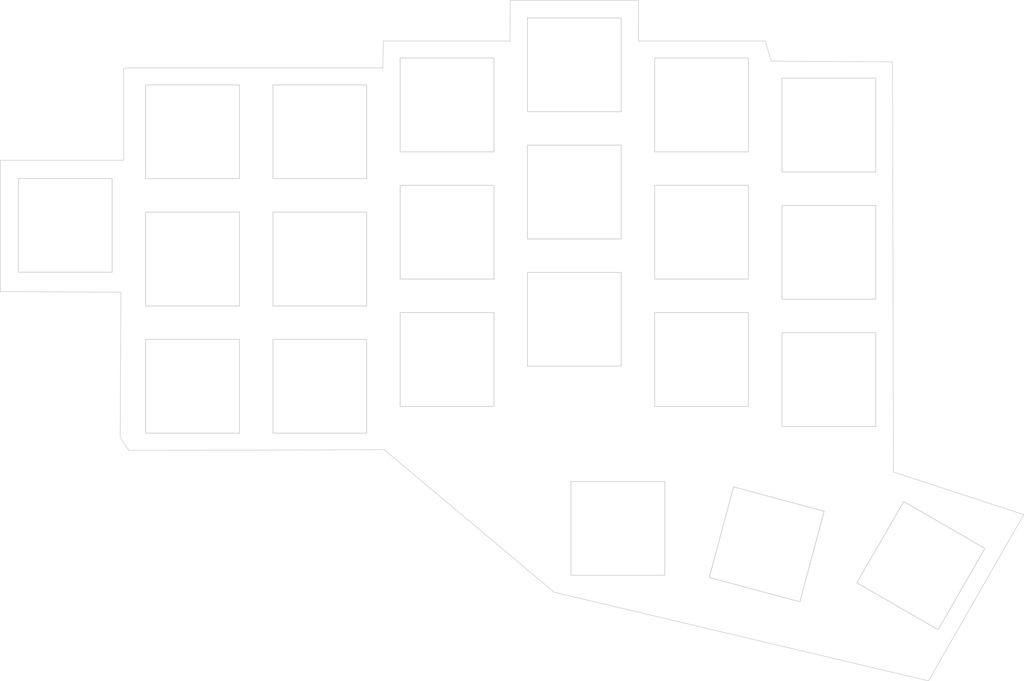
<source format=kicad_pcb>
(kicad_pcb (version 20210824) (generator pcbnew)
  (layers (0 "F.Cu" signal) (31 "B.Cu" signal) (34 "B.Paste" user) (35 "F.Paste" user) (36 "B.SilkS" user "B.Silkscreen") (37 "F.SilkS" user "F.Silkscreen") (38 "B.Mask" user) (39 "F.Mask" user) (44 "Edge.Cuts" user))
  (net 0 "")
  (footprint "kbd:SW_Hole" (layer "F.Cu") (at 77.19375 69.93125)
    (fp_text reference "SW1" hide)
    (fp_text value "SW_PUSH" hide)
    (fp_line (start -7 -7) (end -7 7) (layer "Edge.Cuts") (width 0.12))
    (fp_line (start -7 7) (end 7 7) (layer "Edge.Cuts") (width 0.12))
    (fp_line (start 7 7) (end 7 -7) (layer "Edge.Cuts") (width 0.12))
    (fp_line (start 7 -7) (end -7 -7) (layer "Edge.Cuts") (width 0.12))
  )
  (footprint "kbd:thread_m2" (layer "F.Cu") (at 86.54075 79.54125)
    (fp_text reference "Ref**" hide)
    (fp_text value "Val**" hide)
    (pad "" np_thru_hole circle locked (at 0 0) (size 2.3 2.3) (drill 2.3) (layers *.Cu *.Mask))
  )
  (footprint "kbd:thread_m2" (layer "F.Cu") (at 173.89025 121.5225)
    (fp_text reference "Ref**" hide)
    (fp_text value "Val**" hide)
    (pad "" np_thru_hole circle locked (at 0 0) (size 2.3 2.3) (drill 2.3) (layers *.Cu *.Mask))
  )
  (footprint "kbd:SW_Hole" (layer "F.Cu") (at 96.19375 88.93125)
    (fp_text reference "SW8" hide)
    (fp_text value "SW_PUSH" hide)
    (fp_line (start -7 -7) (end -7 7) (layer "Edge.Cuts") (width 0.12))
    (fp_line (start 7 7) (end 7 -7) (layer "Edge.Cuts") (width 0.12))
    (fp_line (start 7 -7) (end -7 -7) (layer "Edge.Cuts") (width 0.12))
    (fp_line (start -7 7) (end 7 7) (layer "Edge.Cuts") (width 0.12))
  )
  (footprint "kbd:SW_Hole" (layer "F.Cu") (at 134.19375 97.93125)
    (fp_text reference "SW16" hide)
    (fp_text value "SW_PUSH" hide)
    (fp_line (start -7 7) (end 7 7) (layer "Edge.Cuts") (width 0.12))
    (fp_line (start 7 7) (end 7 -7) (layer "Edge.Cuts") (width 0.12))
    (fp_line (start -7 -7) (end -7 7) (layer "Edge.Cuts") (width 0.12))
    (fp_line (start 7 -7) (end -7 -7) (layer "Edge.Cuts") (width 0.12))
  )
  (footprint "kbd:SW_Hole" (layer "F.Cu") (at 96.19375 107.93125)
    (fp_text reference "SW14" hide)
    (fp_text value "SW_PUSH" hide)
    (fp_line (start -7 -7) (end -7 7) (layer "Edge.Cuts") (width 0.12))
    (fp_line (start -7 7) (end 7 7) (layer "Edge.Cuts") (width 0.12))
    (fp_line (start 7 -7) (end -7 -7) (layer "Edge.Cuts") (width 0.12))
    (fp_line (start 7 7) (end 7 -7) (layer "Edge.Cuts") (width 0.12))
  )
  (footprint "kbd:SW_Hole" (layer "F.Cu") (at 77.19375 88.93125)
    (fp_text reference "SW7" hide)
    (fp_text value "SW_PUSH" hide)
    (fp_line (start -7 -7) (end -7 7) (layer "Edge.Cuts") (width 0.12))
    (fp_line (start 7 -7) (end -7 -7) (layer "Edge.Cuts") (width 0.12))
    (fp_line (start 7 7) (end 7 -7) (layer "Edge.Cuts") (width 0.12))
    (fp_line (start -7 7) (end 7 7) (layer "Edge.Cuts") (width 0.12))
  )
  (footprint "kbd:SW_Hole" (layer "F.Cu") (at 153.19375 65.93125)
    (fp_text reference "SW5" hide)
    (fp_text value "SW_PUSH" hide)
    (fp_line (start 7 7) (end 7 -7) (layer "Edge.Cuts") (width 0.12))
    (fp_line (start -7 -7) (end -7 7) (layer "Edge.Cuts") (width 0.12))
    (fp_line (start 7 -7) (end -7 -7) (layer "Edge.Cuts") (width 0.12))
    (fp_line (start -7 7) (end 7 7) (layer "Edge.Cuts") (width 0.12))
  )
  (footprint "kbd:SW_Hole" (layer "F.Cu") (at 77.19375 107.93125)
    (fp_text reference "SW13" hide)
    (fp_text value "SW_PUSH" hide)
    (fp_line (start -7 7) (end 7 7) (layer "Edge.Cuts") (width 0.12))
    (fp_line (start -7 -7) (end -7 7) (layer "Edge.Cuts") (width 0.12))
    (fp_line (start 7 7) (end 7 -7) (layer "Edge.Cuts") (width 0.12))
    (fp_line (start 7 -7) (end -7 -7) (layer "Edge.Cuts") (width 0.12))
  )
  (footprint "kbd:SW_Hole" (layer "F.Cu") (at 134.19375 59.93125)
    (fp_text reference "SW4" hide)
    (fp_text value "SW_PUSH" hide)
    (fp_line (start -7 7) (end 7 7) (layer "Edge.Cuts") (width 0.12))
    (fp_line (start 7 7) (end 7 -7) (layer "Edge.Cuts") (width 0.12))
    (fp_line (start 7 -7) (end -7 -7) (layer "Edge.Cuts") (width 0.12))
    (fp_line (start -7 -7) (end -7 7) (layer "Edge.Cuts") (width 0.12))
  )
  (footprint "kbd:SW_Hole" (layer "F.Cu") (at 153.19375 84.93125)
    (fp_text reference "SW11" hide)
    (fp_text value "SW_PUSH" hide)
    (fp_line (start -7 7) (end 7 7) (layer "Edge.Cuts") (width 0.12))
    (fp_line (start 7 -7) (end -7 -7) (layer "Edge.Cuts") (width 0.12))
    (fp_line (start -7 -7) (end -7 7) (layer "Edge.Cuts") (width 0.12))
    (fp_line (start 7 7) (end 7 -7) (layer "Edge.Cuts") (width 0.12))
  )
  (footprint "kbd:SW_Hole" (layer "F.Cu") (at 96.19375 69.93125)
    (fp_text reference "SW2" hide)
    (fp_text value "SW_PUSH" hide)
    (fp_line (start -7 7) (end 7 7) (layer "Edge.Cuts") (width 0.12))
    (fp_line (start 7 -7) (end -7 -7) (layer "Edge.Cuts") (width 0.12))
    (fp_line (start -7 -7) (end -7 7) (layer "Edge.Cuts") (width 0.12))
    (fp_line (start 7 7) (end 7 -7) (layer "Edge.Cuts") (width 0.12))
  )
  (footprint "kbd:SW_Hole" (layer "F.Cu") (at 115.19375 84.93125)
    (fp_text reference "SW9" hide)
    (fp_text value "SW_PUSH" hide)
    (fp_line (start 7 7) (end 7 -7) (layer "Edge.Cuts") (width 0.12))
    (fp_line (start 7 -7) (end -7 -7) (layer "Edge.Cuts") (width 0.12))
    (fp_line (start -7 -7) (end -7 7) (layer "Edge.Cuts") (width 0.12))
    (fp_line (start -7 7) (end 7 7) (layer "Edge.Cuts") (width 0.12))
  )
  (footprint "kbd:SW_Hole" (layer "F.Cu") (at 185.9375 134.70625 60)
    (fp_text reference "SW21" hide)
    (fp_text value "SW_PUSH" hide)
    (fp_line (start -7 -7) (end -7 7) (layer "Edge.Cuts") (width 0.12))
    (fp_line (start 7 -7) (end -7 -7) (layer "Edge.Cuts") (width 0.12))
    (fp_line (start -7 7) (end 7 7) (layer "Edge.Cuts") (width 0.12))
    (fp_line (start 7 7) (end 7 -7) (layer "Edge.Cuts") (width 0.12))
  )
  (footprint "kbd:SW_Hole" (layer "F.Cu") (at 162.91875 131.53125 -15)
    (fp_text reference "SW20" hide)
    (fp_text value "SW_PUSH" hide)
    (fp_line (start -7 7) (end 7 7) (layer "Edge.Cuts") (width 0.12))
    (fp_line (start -7 -7) (end -7 7) (layer "Edge.Cuts") (width 0.12))
    (fp_line (start 7 7) (end 7 -7) (layer "Edge.Cuts") (width 0.12))
    (fp_line (start 7 -7) (end -7 -7) (layer "Edge.Cuts") (width 0.12))
  )
  (footprint "kbd:thread_m2" (layer "F.Cu") (at 86.54075 98.34125)
    (fp_text reference "Ref**" hide)
    (fp_text value "Val**" hide)
    (pad "" np_thru_hole circle locked (at 0 0) (size 2.3 2.3) (drill 2.3) (layers *.Cu *.Mask))
  )
  (footprint "kbd:SW_Hole" (layer "F.Cu") (at 172.19375 87.93125)
    (fp_text reference "SW12" hide)
    (fp_text value "SW_PUSH" hide)
    (fp_line (start -7 -7) (end -7 7) (layer "Edge.Cuts") (width 0.12))
    (fp_line (start 7 7) (end 7 -7) (layer "Edge.Cuts") (width 0.12))
    (fp_line (start -7 7) (end 7 7) (layer "Edge.Cuts") (width 0.12))
    (fp_line (start 7 -7) (end -7 -7) (layer "Edge.Cuts") (width 0.12))
  )
  (footprint "kbd:SW_Hole" (layer "F.Cu") (at 172.19375 68.93125)
    (fp_text reference "SW6" hide)
    (fp_text value "SW_PUSH" hide)
    (fp_line (start 7 7) (end 7 -7) (layer "Edge.Cuts") (width 0.12))
    (fp_line (start 7 -7) (end -7 -7) (layer "Edge.Cuts") (width 0.12))
    (fp_line (start -7 7) (end 7 7) (layer "Edge.Cuts") (width 0.12))
    (fp_line (start -7 -7) (end -7 7) (layer "Edge.Cuts") (width 0.12))
  )
  (footprint "kbd:SW_Hole" (layer "F.Cu") (at 140.69375 129.15)
    (fp_text reference "SW19" hide)
    (fp_text value "SW_PUSH" hide)
    (fp_line (start -7 -7) (end -7 7) (layer "Edge.Cuts") (width 0.12))
    (fp_line (start 7 7) (end 7 -7) (layer "Edge.Cuts") (width 0.12))
    (fp_line (start -7 7) (end 7 7) (layer "Edge.Cuts") (width 0.12))
    (fp_line (start 7 -7) (end -7 -7) (layer "Edge.Cuts") (width 0.12))
  )
  (footprint "kbd:SW_Hole" (layer "F.Cu") (at 58.19375 83.90625)
    (fp_text reference "SW43" hide)
    (fp_text value "SW_PUSH" hide)
    (fp_line (start -7 -7) (end -7 7) (layer "Edge.Cuts") (width 0.12))
    (fp_line (start 7 -7) (end -7 -7) (layer "Edge.Cuts") (width 0.12))
    (fp_line (start 7 7) (end 7 -7) (layer "Edge.Cuts") (width 0.12))
    (fp_line (start -7 7) (end 7 7) (layer "Edge.Cuts") (width 0.12))
  )
  (footprint "kbd:SW_Hole" (layer "F.Cu") (at 172.19375 106.93125)
    (fp_text reference "SW18" hide)
    (fp_text value "SW_PUSH" hide)
    (fp_line (start -7 7) (end 7 7) (layer "Edge.Cuts") (width 0.12))
    (fp_line (start 7 -7) (end -7 -7) (layer "Edge.Cuts") (width 0.12))
    (fp_line (start 7 7) (end 7 -7) (layer "Edge.Cuts") (width 0.12))
    (fp_line (start -7 -7) (end -7 7) (layer "Edge.Cuts") (width 0.12))
  )
  (footprint "kbd:SW_Hole" (layer "F.Cu") (at 115.19375 103.93125)
    (fp_text reference "SW15" hide)
    (fp_text value "SW_PUSH" hide)
    (fp_line (start 7 7) (end 7 -7) (layer "Edge.Cuts") (width 0.12))
    (fp_line (start -7 7) (end 7 7) (layer "Edge.Cuts") (width 0.12))
    (fp_line (start -7 -7) (end -7 7) (layer "Edge.Cuts") (width 0.12))
    (fp_line (start 7 -7) (end -7 -7) (layer "Edge.Cuts") (width 0.12))
  )
  (footprint "kbd:thread_m2" (layer "F.Cu") (at 127.059 121.5225)
    (fp_text reference "Ref**" hide)
    (fp_text value "Val**" hide)
    (pad "" np_thru_hole circle locked (at 0 0) (size 2.3 2.3) (drill 2.3) (layers *.Cu *.Mask))
  )
  (footprint "kbd:SW_Hole" (layer "F.Cu") (at 153.19375 103.93125)
    (fp_text reference "SW17" hide)
    (fp_text value "SW_PUSH" hide)
    (fp_line (start 7 7) (end 7 -7) (layer "Edge.Cuts") (width 0.12))
    (fp_line (start 7 -7) (end -7 -7) (layer "Edge.Cuts") (width 0.12))
    (fp_line (start -7 -7) (end -7 7) (layer "Edge.Cuts") (width 0.12))
    (fp_line (start -7 7) (end 7 7) (layer "Edge.Cuts") (width 0.12))
  )
  (footprint "kbd:SW_Hole" (layer "F.Cu") (at 115.19375 65.93125)
    (fp_text reference "SW3" hide)
    (fp_text value "SW_PUSH" hide)
    (fp_line (start 7 7) (end 7 -7) (layer "Edge.Cuts") (width 0.12))
    (fp_line (start 7 -7) (end -7 -7) (layer "Edge.Cuts") (width 0.12))
    (fp_line (start -7 -7) (end -7 7) (layer "Edge.Cuts") (width 0.12))
    (fp_line (start -7 7) (end 7 7) (layer "Edge.Cuts") (width 0.12))
  )
  (footprint "kbd:SW_Hole" (layer "F.Cu") (at 134.19375 78.93125)
    (fp_text reference "SW10" hide)
    (fp_text value "SW_PUSH" hide)
    (fp_line (start -7 7) (end 7 7) (layer "Edge.Cuts") (width 0.12))
    (fp_line (start -7 -7) (end -7 7) (layer "Edge.Cuts") (width 0.12))
    (fp_line (start 7 7) (end 7 -7) (layer "Edge.Cuts") (width 0.12))
    (fp_line (start 7 -7) (end -7 -7) (layer "Edge.Cuts") (width 0.12))
  )
  (footprint "kbd:thread_m2" (layer "F.Cu") (at 162.77775 75.39125)
    (fp_text reference "Ref**" hide)
    (fp_text value "Val**" hide)
    (pad "" np_thru_hole circle locked (at 0 0) (size 2.3 2.3) (drill 2.3) (layers *.Cu *.Mask))
  )
  (gr_line (start 90.1415 117.46125) (end 84.6115 117.47125) (layer "Edge.Cuts") (width 0.1))
  (gr_line (start 162.6965 56.39125) (end 163.5965 59.39125) (layer "Edge.Cuts") (width 0.1))
  (gr_line (start 187.0665 151.91125) (end 131.1965 138.69125) (layer "Edge.Cuts") (width 0.1))
  (gr_line (start 201.2965 127.09125) (end 187.0665 151.91125) (layer "Edge.Cuts") (width 0.1))
  (gr_line (start 48.4965 74.19125) (end 66.8965 74.19125) (layer "Edge.Cuts") (width 0.1))
  (gr_line (start 124.5965 56.39125) (end 124.6265 50.31125) (layer "Edge.Cuts") (width 0.1))
  (gr_line (start 201.2965 127.09125) (end 181.82775 120.72875) (layer "Edge.Cuts") (width 0.1))
  (gr_line (start 66.3965 115.59125) (end 66.4965 93.89125) (layer "Edge.Cuts") (width 0.1))
  (gr_line (start 124.6265 50.31125) (end 131.41025 50.31125) (layer "Edge.Cuts") (width 0.1))
  (gr_line (start 143.7565 50.31125) (end 143.7865 56.39125) (layer "Edge.Cuts") (width 0.1))
  (gr_line (start 143.7565 50.31125) (end 136.9465 50.31125) (layer "Edge.Cuts") (width 0.1))
  (gr_line (start 105.5965 60.39125) (end 105.6965 56.39125) (layer "Edge.Cuts") (width 0.1))
  (gr_line (start 136.9465 50.31125) (end 131.41025 50.31125) (layer "Edge.Cuts") (width 0.1))
  (gr_line (start 105.6965 56.39125) (end 124.5965 56.39125) (layer "Edge.Cuts") (width 0.1))
  (gr_line (start 67.6965 117.49125) (end 84.6115 117.47125) (layer "Edge.Cuts") (width 0.1))
  (gr_line (start 143.7865 56.39125) (end 162.6965 56.39125) (layer "Edge.Cuts") (width 0.1))
  (gr_line (start 90.1415 117.46125) (end 105.7965 117.39125) (layer "Edge.Cuts") (width 0.1))
  (gr_line (start 66.8965 60.49125) (end 67.6965 60.39125) (layer "Edge.Cuts") (width 0.1))
  (gr_line (start 163.5965 59.39125) (end 181.6965 59.49125) (layer "Edge.Cuts") (width 0.1))
  (gr_line (start 67.6965 117.49125) (end 66.3965 115.59125) (layer "Edge.Cuts") (width 0.1))
  (gr_line (start 66.4965 93.89125) (end 48.4965 93.79125) (layer "Edge.Cuts") (width 0.1))
  (gr_line (start 67.6965 60.39125) (end 105.5965 60.39125) (layer "Edge.Cuts") (width 0.1))
  (gr_line (start 181.82775 120.72875) (end 181.6965 59.49125) (layer "Edge.Cuts") (width 0.1))
  (gr_line (start 48.4965 93.79125) (end 48.4965 74.19125) (layer "Edge.Cuts") (width 0.1))
  (gr_line (start 66.8965 74.19125) (end 66.8965 60.49125) (layer "Edge.Cuts") (width 0.1))
  (gr_line (start 131.1965 138.69125) (end 105.7965 117.39125) (layer "Edge.Cuts") (width 0.1))
)
</source>
